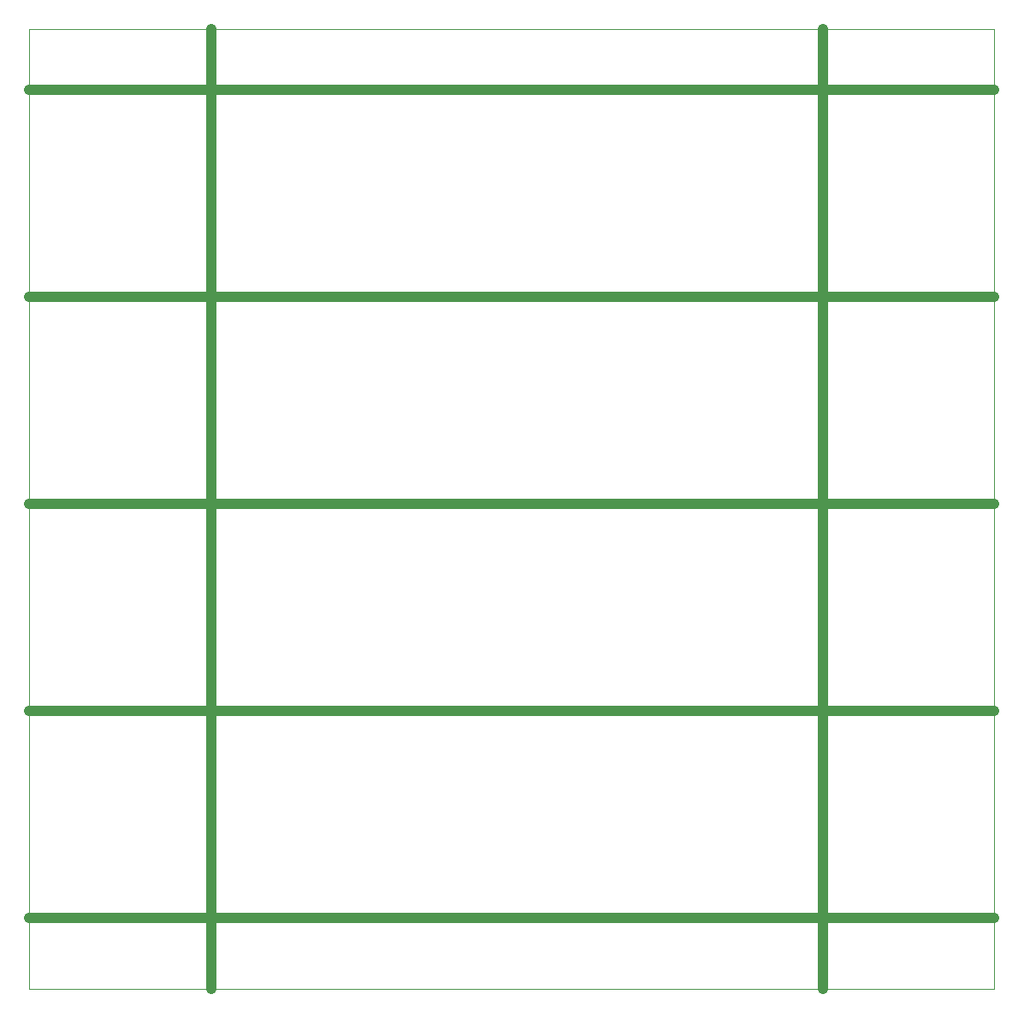
<source format=gm1>
%TF.GenerationSoftware,KiCad,Pcbnew,7.0.5*%
%TF.CreationDate,2023-11-06T22:37:59+10:00*%
%TF.ProjectId,TallyLight_Panel,54616c6c-794c-4696-9768-745f50616e65,rev?*%
%TF.SameCoordinates,Original*%
%TF.FileFunction,Profile,NP*%
%FSLAX46Y46*%
G04 Gerber Fmt 4.6, Leading zero omitted, Abs format (unit mm)*
G04 Created by KiCad (PCBNEW 7.0.5) date 2023-11-06 22:37:59*
%MOMM*%
%LPD*%
G01*
G04 APERTURE LIST*
%TA.AperFunction,Profile*%
%ADD10C,1.000000*%
%TD*%
%TA.AperFunction,Profile*%
%ADD11C,0.100000*%
%TD*%
G04 APERTURE END LIST*
D10*
X146000000Y-141000000D02*
X146000000Y-46000000D01*
X85500000Y-141000000D02*
X85500000Y-46000000D01*
X67500000Y-134000000D02*
X163000000Y-134000000D01*
X67500000Y-52000000D02*
X163000000Y-52000000D01*
D11*
X67500000Y-46000000D02*
X163000000Y-46000000D01*
X163000000Y-141000000D01*
X67500000Y-141000000D01*
X67500000Y-46000000D01*
D10*
X67500000Y-113500000D02*
X163000000Y-113500000D01*
X67500000Y-93000000D02*
X163000000Y-93000000D01*
X67500000Y-72500000D02*
X163000000Y-72500000D01*
M02*

</source>
